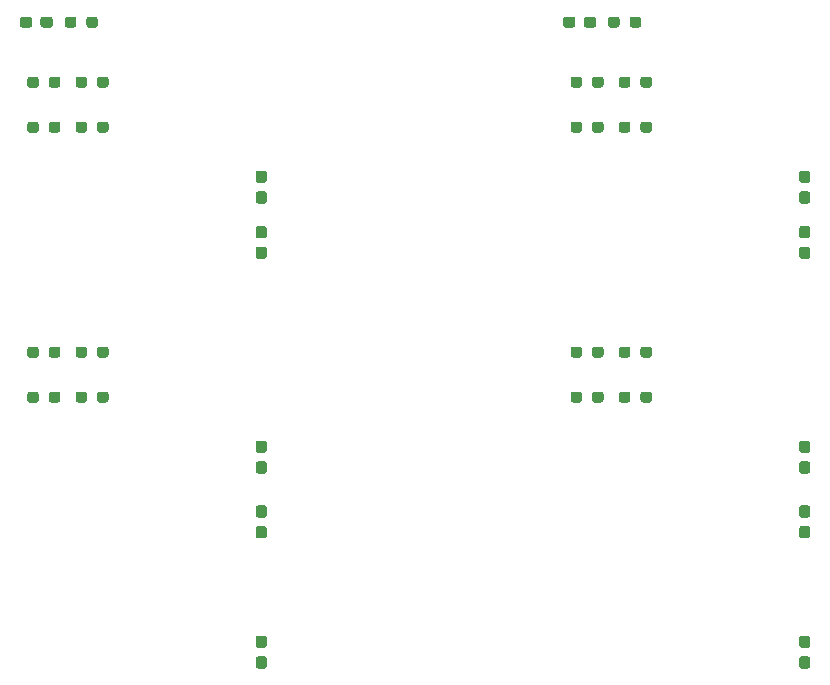
<source format=gtp>
G04 #@! TF.GenerationSoftware,KiCad,Pcbnew,(5.1.8)-1*
G04 #@! TF.CreationDate,2020-11-28T16:02:54+09:00*
G04 #@! TF.ProjectId,DigitalOutput4chS,44696769-7461-46c4-9f75-747075743463,2*
G04 #@! TF.SameCoordinates,Original*
G04 #@! TF.FileFunction,Paste,Top*
G04 #@! TF.FilePolarity,Positive*
%FSLAX46Y46*%
G04 Gerber Fmt 4.6, Leading zero omitted, Abs format (unit mm)*
G04 Created by KiCad (PCBNEW (5.1.8)-1) date 2020-11-28 16:02:54*
%MOMM*%
%LPD*%
G01*
G04 APERTURE LIST*
G04 APERTURE END LIST*
G36*
G01*
X133467500Y-106167500D02*
X133467500Y-105692500D01*
G75*
G02*
X133705000Y-105455000I237500J0D01*
G01*
X134205000Y-105455000D01*
G75*
G02*
X134442500Y-105692500I0J-237500D01*
G01*
X134442500Y-106167500D01*
G75*
G02*
X134205000Y-106405000I-237500J0D01*
G01*
X133705000Y-106405000D01*
G75*
G02*
X133467500Y-106167500I0J237500D01*
G01*
G37*
G36*
G01*
X131642500Y-106167500D02*
X131642500Y-105692500D01*
G75*
G02*
X131880000Y-105455000I237500J0D01*
G01*
X132380000Y-105455000D01*
G75*
G02*
X132617500Y-105692500I0J-237500D01*
G01*
X132617500Y-106167500D01*
G75*
G02*
X132380000Y-106405000I-237500J0D01*
G01*
X131880000Y-106405000D01*
G75*
G02*
X131642500Y-106167500I0J237500D01*
G01*
G37*
G36*
G01*
X133467500Y-109977500D02*
X133467500Y-109502500D01*
G75*
G02*
X133705000Y-109265000I237500J0D01*
G01*
X134205000Y-109265000D01*
G75*
G02*
X134442500Y-109502500I0J-237500D01*
G01*
X134442500Y-109977500D01*
G75*
G02*
X134205000Y-110215000I-237500J0D01*
G01*
X133705000Y-110215000D01*
G75*
G02*
X133467500Y-109977500I0J237500D01*
G01*
G37*
G36*
G01*
X131642500Y-109977500D02*
X131642500Y-109502500D01*
G75*
G02*
X131880000Y-109265000I237500J0D01*
G01*
X132380000Y-109265000D01*
G75*
G02*
X132617500Y-109502500I0J-237500D01*
G01*
X132617500Y-109977500D01*
G75*
G02*
X132380000Y-110215000I-237500J0D01*
G01*
X131880000Y-110215000D01*
G75*
G02*
X131642500Y-109977500I0J237500D01*
G01*
G37*
G36*
G01*
X147607500Y-137330000D02*
X147132500Y-137330000D01*
G75*
G02*
X146895000Y-137092500I0J237500D01*
G01*
X146895000Y-136517500D01*
G75*
G02*
X147132500Y-136280000I237500J0D01*
G01*
X147607500Y-136280000D01*
G75*
G02*
X147845000Y-136517500I0J-237500D01*
G01*
X147845000Y-137092500D01*
G75*
G02*
X147607500Y-137330000I-237500J0D01*
G01*
G37*
G36*
G01*
X147607500Y-139080000D02*
X147132500Y-139080000D01*
G75*
G02*
X146895000Y-138842500I0J237500D01*
G01*
X146895000Y-138267500D01*
G75*
G02*
X147132500Y-138030000I237500J0D01*
G01*
X147607500Y-138030000D01*
G75*
G02*
X147845000Y-138267500I0J-237500D01*
G01*
X147845000Y-138842500D01*
G75*
G02*
X147607500Y-139080000I-237500J0D01*
G01*
G37*
G36*
G01*
X128670000Y-101087500D02*
X128670000Y-100612500D01*
G75*
G02*
X128907500Y-100375000I237500J0D01*
G01*
X129482500Y-100375000D01*
G75*
G02*
X129720000Y-100612500I0J-237500D01*
G01*
X129720000Y-101087500D01*
G75*
G02*
X129482500Y-101325000I-237500J0D01*
G01*
X128907500Y-101325000D01*
G75*
G02*
X128670000Y-101087500I0J237500D01*
G01*
G37*
G36*
G01*
X126920000Y-101087500D02*
X126920000Y-100612500D01*
G75*
G02*
X127157500Y-100375000I237500J0D01*
G01*
X127732500Y-100375000D01*
G75*
G02*
X127970000Y-100612500I0J-237500D01*
G01*
X127970000Y-101087500D01*
G75*
G02*
X127732500Y-101325000I-237500J0D01*
G01*
X127157500Y-101325000D01*
G75*
G02*
X126920000Y-101087500I0J237500D01*
G01*
G37*
G36*
G01*
X147607500Y-153840000D02*
X147132500Y-153840000D01*
G75*
G02*
X146895000Y-153602500I0J237500D01*
G01*
X146895000Y-153027500D01*
G75*
G02*
X147132500Y-152790000I237500J0D01*
G01*
X147607500Y-152790000D01*
G75*
G02*
X147845000Y-153027500I0J-237500D01*
G01*
X147845000Y-153602500D01*
G75*
G02*
X147607500Y-153840000I-237500J0D01*
G01*
G37*
G36*
G01*
X147607500Y-155590000D02*
X147132500Y-155590000D01*
G75*
G02*
X146895000Y-155352500I0J237500D01*
G01*
X146895000Y-154777500D01*
G75*
G02*
X147132500Y-154540000I237500J0D01*
G01*
X147607500Y-154540000D01*
G75*
G02*
X147845000Y-154777500I0J-237500D01*
G01*
X147845000Y-155352500D01*
G75*
G02*
X147607500Y-155590000I-237500J0D01*
G01*
G37*
G36*
G01*
X133467500Y-132837500D02*
X133467500Y-132362500D01*
G75*
G02*
X133705000Y-132125000I237500J0D01*
G01*
X134205000Y-132125000D01*
G75*
G02*
X134442500Y-132362500I0J-237500D01*
G01*
X134442500Y-132837500D01*
G75*
G02*
X134205000Y-133075000I-237500J0D01*
G01*
X133705000Y-133075000D01*
G75*
G02*
X133467500Y-132837500I0J237500D01*
G01*
G37*
G36*
G01*
X131642500Y-132837500D02*
X131642500Y-132362500D01*
G75*
G02*
X131880000Y-132125000I237500J0D01*
G01*
X132380000Y-132125000D01*
G75*
G02*
X132617500Y-132362500I0J-237500D01*
G01*
X132617500Y-132837500D01*
G75*
G02*
X132380000Y-133075000I-237500J0D01*
G01*
X131880000Y-133075000D01*
G75*
G02*
X131642500Y-132837500I0J237500D01*
G01*
G37*
G36*
G01*
X129380000Y-129027500D02*
X129380000Y-128552500D01*
G75*
G02*
X129617500Y-128315000I237500J0D01*
G01*
X130117500Y-128315000D01*
G75*
G02*
X130355000Y-128552500I0J-237500D01*
G01*
X130355000Y-129027500D01*
G75*
G02*
X130117500Y-129265000I-237500J0D01*
G01*
X129617500Y-129265000D01*
G75*
G02*
X129380000Y-129027500I0J237500D01*
G01*
G37*
G36*
G01*
X127555000Y-129027500D02*
X127555000Y-128552500D01*
G75*
G02*
X127792500Y-128315000I237500J0D01*
G01*
X128292500Y-128315000D01*
G75*
G02*
X128530000Y-128552500I0J-237500D01*
G01*
X128530000Y-129027500D01*
G75*
G02*
X128292500Y-129265000I-237500J0D01*
G01*
X127792500Y-129265000D01*
G75*
G02*
X127555000Y-129027500I0J237500D01*
G01*
G37*
G36*
G01*
X147607500Y-142805000D02*
X147132500Y-142805000D01*
G75*
G02*
X146895000Y-142567500I0J237500D01*
G01*
X146895000Y-141992500D01*
G75*
G02*
X147132500Y-141755000I237500J0D01*
G01*
X147607500Y-141755000D01*
G75*
G02*
X147845000Y-141992500I0J-237500D01*
G01*
X147845000Y-142567500D01*
G75*
G02*
X147607500Y-142805000I-237500J0D01*
G01*
G37*
G36*
G01*
X147607500Y-144555000D02*
X147132500Y-144555000D01*
G75*
G02*
X146895000Y-144317500I0J237500D01*
G01*
X146895000Y-143742500D01*
G75*
G02*
X147132500Y-143505000I237500J0D01*
G01*
X147607500Y-143505000D01*
G75*
G02*
X147845000Y-143742500I0J-237500D01*
G01*
X147845000Y-144317500D01*
G75*
G02*
X147607500Y-144555000I-237500J0D01*
G01*
G37*
G36*
G01*
X147607500Y-119155000D02*
X147132500Y-119155000D01*
G75*
G02*
X146895000Y-118917500I0J237500D01*
G01*
X146895000Y-118342500D01*
G75*
G02*
X147132500Y-118105000I237500J0D01*
G01*
X147607500Y-118105000D01*
G75*
G02*
X147845000Y-118342500I0J-237500D01*
G01*
X147845000Y-118917500D01*
G75*
G02*
X147607500Y-119155000I-237500J0D01*
G01*
G37*
G36*
G01*
X147607500Y-120905000D02*
X147132500Y-120905000D01*
G75*
G02*
X146895000Y-120667500I0J237500D01*
G01*
X146895000Y-120092500D01*
G75*
G02*
X147132500Y-119855000I237500J0D01*
G01*
X147607500Y-119855000D01*
G75*
G02*
X147845000Y-120092500I0J-237500D01*
G01*
X147845000Y-120667500D01*
G75*
G02*
X147607500Y-120905000I-237500J0D01*
G01*
G37*
G36*
G01*
X129380000Y-106167500D02*
X129380000Y-105692500D01*
G75*
G02*
X129617500Y-105455000I237500J0D01*
G01*
X130117500Y-105455000D01*
G75*
G02*
X130355000Y-105692500I0J-237500D01*
G01*
X130355000Y-106167500D01*
G75*
G02*
X130117500Y-106405000I-237500J0D01*
G01*
X129617500Y-106405000D01*
G75*
G02*
X129380000Y-106167500I0J237500D01*
G01*
G37*
G36*
G01*
X127555000Y-106167500D02*
X127555000Y-105692500D01*
G75*
G02*
X127792500Y-105455000I237500J0D01*
G01*
X128292500Y-105455000D01*
G75*
G02*
X128530000Y-105692500I0J-237500D01*
G01*
X128530000Y-106167500D01*
G75*
G02*
X128292500Y-106405000I-237500J0D01*
G01*
X127792500Y-106405000D01*
G75*
G02*
X127555000Y-106167500I0J237500D01*
G01*
G37*
G36*
G01*
X131705000Y-100612500D02*
X131705000Y-101087500D01*
G75*
G02*
X131467500Y-101325000I-237500J0D01*
G01*
X130967500Y-101325000D01*
G75*
G02*
X130730000Y-101087500I0J237500D01*
G01*
X130730000Y-100612500D01*
G75*
G02*
X130967500Y-100375000I237500J0D01*
G01*
X131467500Y-100375000D01*
G75*
G02*
X131705000Y-100612500I0J-237500D01*
G01*
G37*
G36*
G01*
X133530000Y-100612500D02*
X133530000Y-101087500D01*
G75*
G02*
X133292500Y-101325000I-237500J0D01*
G01*
X132792500Y-101325000D01*
G75*
G02*
X132555000Y-101087500I0J237500D01*
G01*
X132555000Y-100612500D01*
G75*
G02*
X132792500Y-100375000I237500J0D01*
G01*
X133292500Y-100375000D01*
G75*
G02*
X133530000Y-100612500I0J-237500D01*
G01*
G37*
G36*
G01*
X129380000Y-109977500D02*
X129380000Y-109502500D01*
G75*
G02*
X129617500Y-109265000I237500J0D01*
G01*
X130117500Y-109265000D01*
G75*
G02*
X130355000Y-109502500I0J-237500D01*
G01*
X130355000Y-109977500D01*
G75*
G02*
X130117500Y-110215000I-237500J0D01*
G01*
X129617500Y-110215000D01*
G75*
G02*
X129380000Y-109977500I0J237500D01*
G01*
G37*
G36*
G01*
X127555000Y-109977500D02*
X127555000Y-109502500D01*
G75*
G02*
X127792500Y-109265000I237500J0D01*
G01*
X128292500Y-109265000D01*
G75*
G02*
X128530000Y-109502500I0J-237500D01*
G01*
X128530000Y-109977500D01*
G75*
G02*
X128292500Y-110215000I-237500J0D01*
G01*
X127792500Y-110215000D01*
G75*
G02*
X127555000Y-109977500I0J237500D01*
G01*
G37*
G36*
G01*
X133467500Y-129027500D02*
X133467500Y-128552500D01*
G75*
G02*
X133705000Y-128315000I237500J0D01*
G01*
X134205000Y-128315000D01*
G75*
G02*
X134442500Y-128552500I0J-237500D01*
G01*
X134442500Y-129027500D01*
G75*
G02*
X134205000Y-129265000I-237500J0D01*
G01*
X133705000Y-129265000D01*
G75*
G02*
X133467500Y-129027500I0J237500D01*
G01*
G37*
G36*
G01*
X131642500Y-129027500D02*
X131642500Y-128552500D01*
G75*
G02*
X131880000Y-128315000I237500J0D01*
G01*
X132380000Y-128315000D01*
G75*
G02*
X132617500Y-128552500I0J-237500D01*
G01*
X132617500Y-129027500D01*
G75*
G02*
X132380000Y-129265000I-237500J0D01*
G01*
X131880000Y-129265000D01*
G75*
G02*
X131642500Y-129027500I0J237500D01*
G01*
G37*
G36*
G01*
X147607500Y-114470000D02*
X147132500Y-114470000D01*
G75*
G02*
X146895000Y-114232500I0J237500D01*
G01*
X146895000Y-113657500D01*
G75*
G02*
X147132500Y-113420000I237500J0D01*
G01*
X147607500Y-113420000D01*
G75*
G02*
X147845000Y-113657500I0J-237500D01*
G01*
X147845000Y-114232500D01*
G75*
G02*
X147607500Y-114470000I-237500J0D01*
G01*
G37*
G36*
G01*
X147607500Y-116220000D02*
X147132500Y-116220000D01*
G75*
G02*
X146895000Y-115982500I0J237500D01*
G01*
X146895000Y-115407500D01*
G75*
G02*
X147132500Y-115170000I237500J0D01*
G01*
X147607500Y-115170000D01*
G75*
G02*
X147845000Y-115407500I0J-237500D01*
G01*
X147845000Y-115982500D01*
G75*
G02*
X147607500Y-116220000I-237500J0D01*
G01*
G37*
G36*
G01*
X129380000Y-132837500D02*
X129380000Y-132362500D01*
G75*
G02*
X129617500Y-132125000I237500J0D01*
G01*
X130117500Y-132125000D01*
G75*
G02*
X130355000Y-132362500I0J-237500D01*
G01*
X130355000Y-132837500D01*
G75*
G02*
X130117500Y-133075000I-237500J0D01*
G01*
X129617500Y-133075000D01*
G75*
G02*
X129380000Y-132837500I0J237500D01*
G01*
G37*
G36*
G01*
X127555000Y-132837500D02*
X127555000Y-132362500D01*
G75*
G02*
X127792500Y-132125000I237500J0D01*
G01*
X128292500Y-132125000D01*
G75*
G02*
X128530000Y-132362500I0J-237500D01*
G01*
X128530000Y-132837500D01*
G75*
G02*
X128292500Y-133075000I-237500J0D01*
G01*
X127792500Y-133075000D01*
G75*
G02*
X127555000Y-132837500I0J237500D01*
G01*
G37*
G36*
G01*
X85642500Y-106167500D02*
X85642500Y-105692500D01*
G75*
G02*
X85880000Y-105455000I237500J0D01*
G01*
X86380000Y-105455000D01*
G75*
G02*
X86617500Y-105692500I0J-237500D01*
G01*
X86617500Y-106167500D01*
G75*
G02*
X86380000Y-106405000I-237500J0D01*
G01*
X85880000Y-106405000D01*
G75*
G02*
X85642500Y-106167500I0J237500D01*
G01*
G37*
G36*
G01*
X87467500Y-106167500D02*
X87467500Y-105692500D01*
G75*
G02*
X87705000Y-105455000I237500J0D01*
G01*
X88205000Y-105455000D01*
G75*
G02*
X88442500Y-105692500I0J-237500D01*
G01*
X88442500Y-106167500D01*
G75*
G02*
X88205000Y-106405000I-237500J0D01*
G01*
X87705000Y-106405000D01*
G75*
G02*
X87467500Y-106167500I0J237500D01*
G01*
G37*
G36*
G01*
X85642500Y-109977500D02*
X85642500Y-109502500D01*
G75*
G02*
X85880000Y-109265000I237500J0D01*
G01*
X86380000Y-109265000D01*
G75*
G02*
X86617500Y-109502500I0J-237500D01*
G01*
X86617500Y-109977500D01*
G75*
G02*
X86380000Y-110215000I-237500J0D01*
G01*
X85880000Y-110215000D01*
G75*
G02*
X85642500Y-109977500I0J237500D01*
G01*
G37*
G36*
G01*
X87467500Y-109977500D02*
X87467500Y-109502500D01*
G75*
G02*
X87705000Y-109265000I237500J0D01*
G01*
X88205000Y-109265000D01*
G75*
G02*
X88442500Y-109502500I0J-237500D01*
G01*
X88442500Y-109977500D01*
G75*
G02*
X88205000Y-110215000I-237500J0D01*
G01*
X87705000Y-110215000D01*
G75*
G02*
X87467500Y-109977500I0J237500D01*
G01*
G37*
G36*
G01*
X85642500Y-129027500D02*
X85642500Y-128552500D01*
G75*
G02*
X85880000Y-128315000I237500J0D01*
G01*
X86380000Y-128315000D01*
G75*
G02*
X86617500Y-128552500I0J-237500D01*
G01*
X86617500Y-129027500D01*
G75*
G02*
X86380000Y-129265000I-237500J0D01*
G01*
X85880000Y-129265000D01*
G75*
G02*
X85642500Y-129027500I0J237500D01*
G01*
G37*
G36*
G01*
X87467500Y-129027500D02*
X87467500Y-128552500D01*
G75*
G02*
X87705000Y-128315000I237500J0D01*
G01*
X88205000Y-128315000D01*
G75*
G02*
X88442500Y-128552500I0J-237500D01*
G01*
X88442500Y-129027500D01*
G75*
G02*
X88205000Y-129265000I-237500J0D01*
G01*
X87705000Y-129265000D01*
G75*
G02*
X87467500Y-129027500I0J237500D01*
G01*
G37*
G36*
G01*
X85642500Y-132837500D02*
X85642500Y-132362500D01*
G75*
G02*
X85880000Y-132125000I237500J0D01*
G01*
X86380000Y-132125000D01*
G75*
G02*
X86617500Y-132362500I0J-237500D01*
G01*
X86617500Y-132837500D01*
G75*
G02*
X86380000Y-133075000I-237500J0D01*
G01*
X85880000Y-133075000D01*
G75*
G02*
X85642500Y-132837500I0J237500D01*
G01*
G37*
G36*
G01*
X87467500Y-132837500D02*
X87467500Y-132362500D01*
G75*
G02*
X87705000Y-132125000I237500J0D01*
G01*
X88205000Y-132125000D01*
G75*
G02*
X88442500Y-132362500I0J-237500D01*
G01*
X88442500Y-132837500D01*
G75*
G02*
X88205000Y-133075000I-237500J0D01*
G01*
X87705000Y-133075000D01*
G75*
G02*
X87467500Y-132837500I0J237500D01*
G01*
G37*
G36*
G01*
X81555000Y-109977500D02*
X81555000Y-109502500D01*
G75*
G02*
X81792500Y-109265000I237500J0D01*
G01*
X82292500Y-109265000D01*
G75*
G02*
X82530000Y-109502500I0J-237500D01*
G01*
X82530000Y-109977500D01*
G75*
G02*
X82292500Y-110215000I-237500J0D01*
G01*
X81792500Y-110215000D01*
G75*
G02*
X81555000Y-109977500I0J237500D01*
G01*
G37*
G36*
G01*
X83380000Y-109977500D02*
X83380000Y-109502500D01*
G75*
G02*
X83617500Y-109265000I237500J0D01*
G01*
X84117500Y-109265000D01*
G75*
G02*
X84355000Y-109502500I0J-237500D01*
G01*
X84355000Y-109977500D01*
G75*
G02*
X84117500Y-110215000I-237500J0D01*
G01*
X83617500Y-110215000D01*
G75*
G02*
X83380000Y-109977500I0J237500D01*
G01*
G37*
G36*
G01*
X101607500Y-155590000D02*
X101132500Y-155590000D01*
G75*
G02*
X100895000Y-155352500I0J237500D01*
G01*
X100895000Y-154777500D01*
G75*
G02*
X101132500Y-154540000I237500J0D01*
G01*
X101607500Y-154540000D01*
G75*
G02*
X101845000Y-154777500I0J-237500D01*
G01*
X101845000Y-155352500D01*
G75*
G02*
X101607500Y-155590000I-237500J0D01*
G01*
G37*
G36*
G01*
X101607500Y-153840000D02*
X101132500Y-153840000D01*
G75*
G02*
X100895000Y-153602500I0J237500D01*
G01*
X100895000Y-153027500D01*
G75*
G02*
X101132500Y-152790000I237500J0D01*
G01*
X101607500Y-152790000D01*
G75*
G02*
X101845000Y-153027500I0J-237500D01*
G01*
X101845000Y-153602500D01*
G75*
G02*
X101607500Y-153840000I-237500J0D01*
G01*
G37*
G36*
G01*
X101607500Y-120905000D02*
X101132500Y-120905000D01*
G75*
G02*
X100895000Y-120667500I0J237500D01*
G01*
X100895000Y-120092500D01*
G75*
G02*
X101132500Y-119855000I237500J0D01*
G01*
X101607500Y-119855000D01*
G75*
G02*
X101845000Y-120092500I0J-237500D01*
G01*
X101845000Y-120667500D01*
G75*
G02*
X101607500Y-120905000I-237500J0D01*
G01*
G37*
G36*
G01*
X101607500Y-119155000D02*
X101132500Y-119155000D01*
G75*
G02*
X100895000Y-118917500I0J237500D01*
G01*
X100895000Y-118342500D01*
G75*
G02*
X101132500Y-118105000I237500J0D01*
G01*
X101607500Y-118105000D01*
G75*
G02*
X101845000Y-118342500I0J-237500D01*
G01*
X101845000Y-118917500D01*
G75*
G02*
X101607500Y-119155000I-237500J0D01*
G01*
G37*
G36*
G01*
X101607500Y-116220000D02*
X101132500Y-116220000D01*
G75*
G02*
X100895000Y-115982500I0J237500D01*
G01*
X100895000Y-115407500D01*
G75*
G02*
X101132500Y-115170000I237500J0D01*
G01*
X101607500Y-115170000D01*
G75*
G02*
X101845000Y-115407500I0J-237500D01*
G01*
X101845000Y-115982500D01*
G75*
G02*
X101607500Y-116220000I-237500J0D01*
G01*
G37*
G36*
G01*
X101607500Y-114470000D02*
X101132500Y-114470000D01*
G75*
G02*
X100895000Y-114232500I0J237500D01*
G01*
X100895000Y-113657500D01*
G75*
G02*
X101132500Y-113420000I237500J0D01*
G01*
X101607500Y-113420000D01*
G75*
G02*
X101845000Y-113657500I0J-237500D01*
G01*
X101845000Y-114232500D01*
G75*
G02*
X101607500Y-114470000I-237500J0D01*
G01*
G37*
G36*
G01*
X101607500Y-144555000D02*
X101132500Y-144555000D01*
G75*
G02*
X100895000Y-144317500I0J237500D01*
G01*
X100895000Y-143742500D01*
G75*
G02*
X101132500Y-143505000I237500J0D01*
G01*
X101607500Y-143505000D01*
G75*
G02*
X101845000Y-143742500I0J-237500D01*
G01*
X101845000Y-144317500D01*
G75*
G02*
X101607500Y-144555000I-237500J0D01*
G01*
G37*
G36*
G01*
X101607500Y-142805000D02*
X101132500Y-142805000D01*
G75*
G02*
X100895000Y-142567500I0J237500D01*
G01*
X100895000Y-141992500D01*
G75*
G02*
X101132500Y-141755000I237500J0D01*
G01*
X101607500Y-141755000D01*
G75*
G02*
X101845000Y-141992500I0J-237500D01*
G01*
X101845000Y-142567500D01*
G75*
G02*
X101607500Y-142805000I-237500J0D01*
G01*
G37*
G36*
G01*
X81555000Y-106167500D02*
X81555000Y-105692500D01*
G75*
G02*
X81792500Y-105455000I237500J0D01*
G01*
X82292500Y-105455000D01*
G75*
G02*
X82530000Y-105692500I0J-237500D01*
G01*
X82530000Y-106167500D01*
G75*
G02*
X82292500Y-106405000I-237500J0D01*
G01*
X81792500Y-106405000D01*
G75*
G02*
X81555000Y-106167500I0J237500D01*
G01*
G37*
G36*
G01*
X83380000Y-106167500D02*
X83380000Y-105692500D01*
G75*
G02*
X83617500Y-105455000I237500J0D01*
G01*
X84117500Y-105455000D01*
G75*
G02*
X84355000Y-105692500I0J-237500D01*
G01*
X84355000Y-106167500D01*
G75*
G02*
X84117500Y-106405000I-237500J0D01*
G01*
X83617500Y-106405000D01*
G75*
G02*
X83380000Y-106167500I0J237500D01*
G01*
G37*
G36*
G01*
X81555000Y-132837500D02*
X81555000Y-132362500D01*
G75*
G02*
X81792500Y-132125000I237500J0D01*
G01*
X82292500Y-132125000D01*
G75*
G02*
X82530000Y-132362500I0J-237500D01*
G01*
X82530000Y-132837500D01*
G75*
G02*
X82292500Y-133075000I-237500J0D01*
G01*
X81792500Y-133075000D01*
G75*
G02*
X81555000Y-132837500I0J237500D01*
G01*
G37*
G36*
G01*
X83380000Y-132837500D02*
X83380000Y-132362500D01*
G75*
G02*
X83617500Y-132125000I237500J0D01*
G01*
X84117500Y-132125000D01*
G75*
G02*
X84355000Y-132362500I0J-237500D01*
G01*
X84355000Y-132837500D01*
G75*
G02*
X84117500Y-133075000I-237500J0D01*
G01*
X83617500Y-133075000D01*
G75*
G02*
X83380000Y-132837500I0J237500D01*
G01*
G37*
G36*
G01*
X81555000Y-129027500D02*
X81555000Y-128552500D01*
G75*
G02*
X81792500Y-128315000I237500J0D01*
G01*
X82292500Y-128315000D01*
G75*
G02*
X82530000Y-128552500I0J-237500D01*
G01*
X82530000Y-129027500D01*
G75*
G02*
X82292500Y-129265000I-237500J0D01*
G01*
X81792500Y-129265000D01*
G75*
G02*
X81555000Y-129027500I0J237500D01*
G01*
G37*
G36*
G01*
X83380000Y-129027500D02*
X83380000Y-128552500D01*
G75*
G02*
X83617500Y-128315000I237500J0D01*
G01*
X84117500Y-128315000D01*
G75*
G02*
X84355000Y-128552500I0J-237500D01*
G01*
X84355000Y-129027500D01*
G75*
G02*
X84117500Y-129265000I-237500J0D01*
G01*
X83617500Y-129265000D01*
G75*
G02*
X83380000Y-129027500I0J237500D01*
G01*
G37*
G36*
G01*
X101607500Y-139080000D02*
X101132500Y-139080000D01*
G75*
G02*
X100895000Y-138842500I0J237500D01*
G01*
X100895000Y-138267500D01*
G75*
G02*
X101132500Y-138030000I237500J0D01*
G01*
X101607500Y-138030000D01*
G75*
G02*
X101845000Y-138267500I0J-237500D01*
G01*
X101845000Y-138842500D01*
G75*
G02*
X101607500Y-139080000I-237500J0D01*
G01*
G37*
G36*
G01*
X101607500Y-137330000D02*
X101132500Y-137330000D01*
G75*
G02*
X100895000Y-137092500I0J237500D01*
G01*
X100895000Y-136517500D01*
G75*
G02*
X101132500Y-136280000I237500J0D01*
G01*
X101607500Y-136280000D01*
G75*
G02*
X101845000Y-136517500I0J-237500D01*
G01*
X101845000Y-137092500D01*
G75*
G02*
X101607500Y-137330000I-237500J0D01*
G01*
G37*
G36*
G01*
X87530000Y-100612500D02*
X87530000Y-101087500D01*
G75*
G02*
X87292500Y-101325000I-237500J0D01*
G01*
X86792500Y-101325000D01*
G75*
G02*
X86555000Y-101087500I0J237500D01*
G01*
X86555000Y-100612500D01*
G75*
G02*
X86792500Y-100375000I237500J0D01*
G01*
X87292500Y-100375000D01*
G75*
G02*
X87530000Y-100612500I0J-237500D01*
G01*
G37*
G36*
G01*
X85705000Y-100612500D02*
X85705000Y-101087500D01*
G75*
G02*
X85467500Y-101325000I-237500J0D01*
G01*
X84967500Y-101325000D01*
G75*
G02*
X84730000Y-101087500I0J237500D01*
G01*
X84730000Y-100612500D01*
G75*
G02*
X84967500Y-100375000I237500J0D01*
G01*
X85467500Y-100375000D01*
G75*
G02*
X85705000Y-100612500I0J-237500D01*
G01*
G37*
G36*
G01*
X80920000Y-101087500D02*
X80920000Y-100612500D01*
G75*
G02*
X81157500Y-100375000I237500J0D01*
G01*
X81732500Y-100375000D01*
G75*
G02*
X81970000Y-100612500I0J-237500D01*
G01*
X81970000Y-101087500D01*
G75*
G02*
X81732500Y-101325000I-237500J0D01*
G01*
X81157500Y-101325000D01*
G75*
G02*
X80920000Y-101087500I0J237500D01*
G01*
G37*
G36*
G01*
X82670000Y-101087500D02*
X82670000Y-100612500D01*
G75*
G02*
X82907500Y-100375000I237500J0D01*
G01*
X83482500Y-100375000D01*
G75*
G02*
X83720000Y-100612500I0J-237500D01*
G01*
X83720000Y-101087500D01*
G75*
G02*
X83482500Y-101325000I-237500J0D01*
G01*
X82907500Y-101325000D01*
G75*
G02*
X82670000Y-101087500I0J237500D01*
G01*
G37*
M02*

</source>
